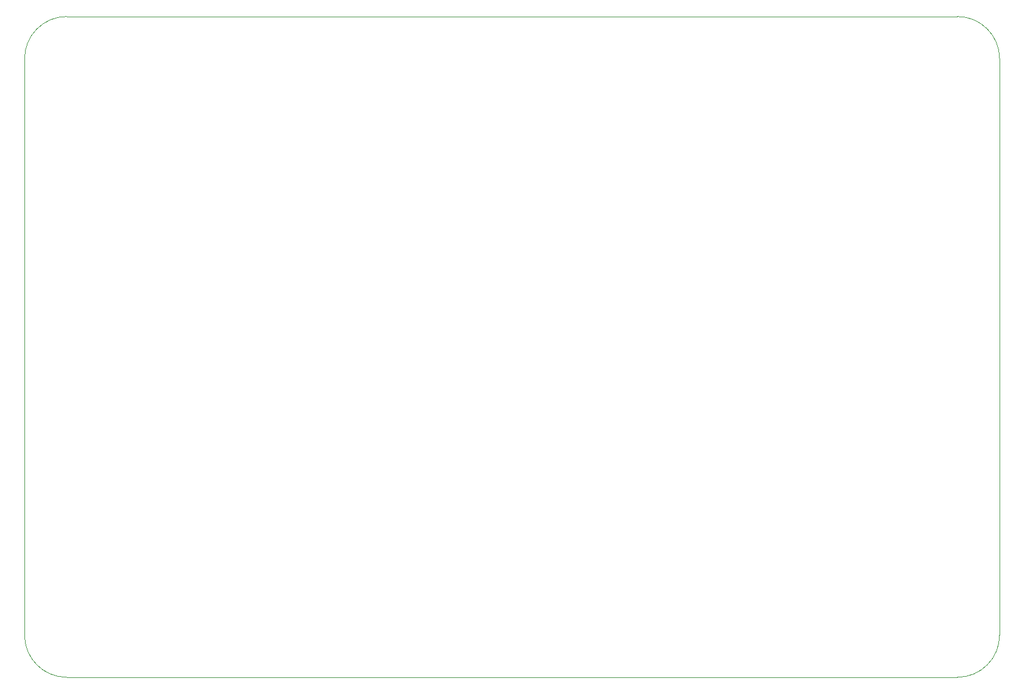
<source format=gbr>
%TF.GenerationSoftware,KiCad,Pcbnew,9.0.4*%
%TF.CreationDate,2025-10-04T22:47:02-03:00*%
%TF.ProjectId,mb,6d622e6b-6963-4616-945f-706362585858,rev?*%
%TF.SameCoordinates,Original*%
%TF.FileFunction,Profile,NP*%
%FSLAX46Y46*%
G04 Gerber Fmt 4.6, Leading zero omitted, Abs format (unit mm)*
G04 Created by KiCad (PCBNEW 9.0.4) date 2025-10-04 22:47:02*
%MOMM*%
%LPD*%
G01*
G04 APERTURE LIST*
%TA.AperFunction,Profile*%
%ADD10C,0.050000*%
%TD*%
G04 APERTURE END LIST*
D10*
X239500000Y-54000000D02*
G75*
G02*
X245500000Y-60000000I0J-6000000D01*
G01*
X245500000Y-60000000D02*
X245500000Y-142000000D01*
X113000000Y-54000000D02*
X239500000Y-54000000D01*
X107000000Y-60000000D02*
G75*
G02*
X113000000Y-54000000I6000000J0D01*
G01*
X239500000Y-148000000D02*
X113000000Y-148000000D01*
X107000000Y-142000000D02*
X107000000Y-60000000D01*
X245500000Y-142000000D02*
G75*
G02*
X239500000Y-148000000I-6000000J0D01*
G01*
X113000000Y-148000000D02*
G75*
G02*
X107000000Y-142000000I0J6000000D01*
G01*
M02*

</source>
